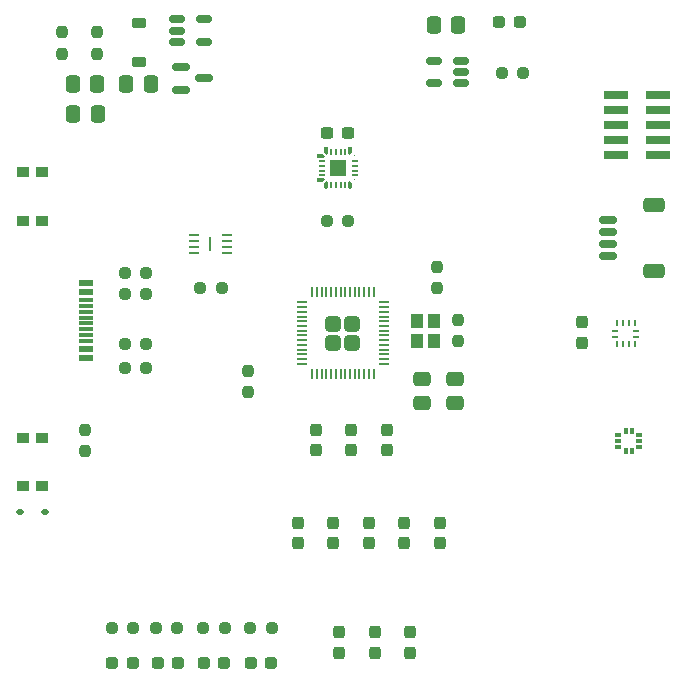
<source format=gbr>
%TF.GenerationSoftware,KiCad,Pcbnew,8.0.3*%
%TF.CreationDate,2024-09-03T15:58:32-04:00*%
%TF.ProjectId,AeroCore,4165726f-436f-4726-952e-6b696361645f,rev?*%
%TF.SameCoordinates,Original*%
%TF.FileFunction,Paste,Top*%
%TF.FilePolarity,Positive*%
%FSLAX46Y46*%
G04 Gerber Fmt 4.6, Leading zero omitted, Abs format (unit mm)*
G04 Created by KiCad (PCBNEW 8.0.3) date 2024-09-03 15:58:32*
%MOMM*%
%LPD*%
G01*
G04 APERTURE LIST*
G04 Aperture macros list*
%AMRoundRect*
0 Rectangle with rounded corners*
0 $1 Rounding radius*
0 $2 $3 $4 $5 $6 $7 $8 $9 X,Y pos of 4 corners*
0 Add a 4 corners polygon primitive as box body*
4,1,4,$2,$3,$4,$5,$6,$7,$8,$9,$2,$3,0*
0 Add four circle primitives for the rounded corners*
1,1,$1+$1,$2,$3*
1,1,$1+$1,$4,$5*
1,1,$1+$1,$6,$7*
1,1,$1+$1,$8,$9*
0 Add four rect primitives between the rounded corners*
20,1,$1+$1,$2,$3,$4,$5,0*
20,1,$1+$1,$4,$5,$6,$7,0*
20,1,$1+$1,$6,$7,$8,$9,0*
20,1,$1+$1,$8,$9,$2,$3,0*%
%AMFreePoly0*
4,1,14,0.135355,0.295355,0.150000,0.260000,0.150000,-0.250000,0.135355,-0.285355,0.100000,-0.300000,0.000000,-0.300000,-0.035355,-0.285355,-0.135355,-0.185355,-0.150000,-0.150000,-0.150000,0.260000,-0.135355,0.295355,-0.100000,0.310000,0.100000,0.310000,0.135355,0.295355,0.135355,0.295355,$1*%
%AMFreePoly1*
4,1,14,0.135355,0.295355,0.150000,0.260000,0.150000,-0.150000,0.135355,-0.185355,0.035355,-0.285355,0.000000,-0.300000,-0.100000,-0.300000,-0.135355,-0.285355,-0.150000,-0.250000,-0.150000,0.260000,-0.135355,0.295355,-0.100000,0.310000,0.100000,0.310000,0.135355,0.295355,0.135355,0.295355,$1*%
%AMFreePoly2*
4,1,14,0.295355,0.135355,0.310000,0.100000,0.310000,-0.100000,0.295355,-0.135355,0.260000,-0.150000,-0.250000,-0.150000,-0.285355,-0.135355,-0.300000,-0.100000,-0.300000,0.000000,-0.285355,0.035355,-0.185355,0.135355,-0.150000,0.150000,0.260000,0.150000,0.295355,0.135355,0.295355,0.135355,$1*%
%AMFreePoly3*
4,1,14,0.295355,0.135355,0.310000,0.100000,0.310000,-0.100000,0.295355,-0.135355,0.260000,-0.150000,-0.150000,-0.150000,-0.185355,-0.135355,-0.285355,-0.035355,-0.300000,0.000000,-0.300000,0.100000,-0.285355,0.135355,-0.250000,0.150000,0.260000,0.150000,0.295355,0.135355,0.295355,0.135355,$1*%
%AMFreePoly4*
4,1,14,0.285355,0.135355,0.300000,0.100000,0.300000,0.000000,0.285355,-0.035355,0.185355,-0.135355,0.150000,-0.150000,-0.250000,-0.150000,-0.285355,-0.135355,-0.300000,-0.100000,-0.300000,0.100000,-0.285355,0.135355,-0.250000,0.150000,0.250000,0.150000,0.285355,0.135355,0.285355,0.135355,$1*%
%AMFreePoly5*
4,1,14,0.185355,0.135355,0.285355,0.035355,0.300000,0.000000,0.300000,-0.100000,0.285355,-0.135355,0.250000,-0.150000,-0.250000,-0.150000,-0.285355,-0.135355,-0.300000,-0.100000,-0.300000,0.100000,-0.285355,0.135355,-0.250000,0.150000,0.150000,0.150000,0.185355,0.135355,0.185355,0.135355,$1*%
G04 Aperture macros list end*
%ADD10RoundRect,0.237500X-0.250000X-0.237500X0.250000X-0.237500X0.250000X0.237500X-0.250000X0.237500X0*%
%ADD11RoundRect,0.237500X-0.287500X-0.237500X0.287500X-0.237500X0.287500X0.237500X-0.287500X0.237500X0*%
%ADD12RoundRect,0.237500X0.237500X-0.300000X0.237500X0.300000X-0.237500X0.300000X-0.237500X-0.300000X0*%
%ADD13RoundRect,0.237500X-0.237500X0.300000X-0.237500X-0.300000X0.237500X-0.300000X0.237500X0.300000X0*%
%ADD14RoundRect,0.250000X0.650000X-0.350000X0.650000X0.350000X-0.650000X0.350000X-0.650000X-0.350000X0*%
%ADD15RoundRect,0.150000X0.625000X-0.150000X0.625000X0.150000X-0.625000X0.150000X-0.625000X-0.150000X0*%
%ADD16RoundRect,0.237500X-0.300000X-0.237500X0.300000X-0.237500X0.300000X0.237500X-0.300000X0.237500X0*%
%ADD17RoundRect,0.237500X0.287500X0.237500X-0.287500X0.237500X-0.287500X-0.237500X0.287500X-0.237500X0*%
%ADD18RoundRect,0.150000X0.512500X0.150000X-0.512500X0.150000X-0.512500X-0.150000X0.512500X-0.150000X0*%
%ADD19RoundRect,0.237500X0.250000X0.237500X-0.250000X0.237500X-0.250000X-0.237500X0.250000X-0.237500X0*%
%ADD20RoundRect,0.237500X-0.237500X0.250000X-0.237500X-0.250000X0.237500X-0.250000X0.237500X0.250000X0*%
%ADD21RoundRect,0.250000X-0.337500X-0.475000X0.337500X-0.475000X0.337500X0.475000X-0.337500X0.475000X0*%
%ADD22RoundRect,0.250000X0.475000X-0.337500X0.475000X0.337500X-0.475000X0.337500X-0.475000X-0.337500X0*%
%ADD23R,2.100000X0.750000*%
%ADD24R,1.000000X1.150000*%
%ADD25RoundRect,0.112500X-0.187500X-0.112500X0.187500X-0.112500X0.187500X0.112500X-0.187500X0.112500X0*%
%ADD26RoundRect,0.250000X0.337500X0.475000X-0.337500X0.475000X-0.337500X-0.475000X0.337500X-0.475000X0*%
%ADD27RoundRect,0.150000X-0.587500X-0.150000X0.587500X-0.150000X0.587500X0.150000X-0.587500X0.150000X0*%
%ADD28RoundRect,0.225000X-0.375000X0.225000X-0.375000X-0.225000X0.375000X-0.225000X0.375000X0.225000X0*%
%ADD29RoundRect,0.237500X0.237500X-0.250000X0.237500X0.250000X-0.237500X0.250000X-0.237500X-0.250000X0*%
%ADD30R,0.300000X0.500000*%
%ADD31R,0.500000X0.300000*%
%ADD32R,1.000000X0.900000*%
%ADD33R,1.160000X0.600000*%
%ADD34R,1.160000X0.300000*%
%ADD35R,0.500000X0.280000*%
%ADD36R,0.280000X0.500000*%
%ADD37R,1.400000X1.400000*%
%ADD38FreePoly0,90.000000*%
%ADD39R,0.610000X0.200000*%
%ADD40FreePoly1,90.000000*%
%ADD41FreePoly2,90.000000*%
%ADD42R,0.200000X0.610000*%
%ADD43FreePoly3,90.000000*%
%ADD44R,0.010000X0.010000*%
%ADD45FreePoly4,90.000000*%
%ADD46FreePoly5,90.000000*%
%ADD47RoundRect,0.249999X-0.395001X-0.395001X0.395001X-0.395001X0.395001X0.395001X-0.395001X0.395001X0*%
%ADD48RoundRect,0.050000X-0.387500X-0.050000X0.387500X-0.050000X0.387500X0.050000X-0.387500X0.050000X0*%
%ADD49RoundRect,0.050000X-0.050000X-0.387500X0.050000X-0.387500X0.050000X0.387500X-0.050000X0.387500X0*%
%ADD50RoundRect,0.040000X-0.040000X-0.605000X0.040000X-0.605000X0.040000X0.605000X-0.040000X0.605000X0*%
%ADD51RoundRect,0.062500X-0.387500X-0.062500X0.387500X-0.062500X0.387500X0.062500X-0.387500X0.062500X0*%
%ADD52RoundRect,0.150000X-0.512500X-0.150000X0.512500X-0.150000X0.512500X0.150000X-0.512500X0.150000X0*%
G04 APERTURE END LIST*
D10*
%TO.C,R17*%
X41962500Y-185000000D03*
X43787500Y-185000000D03*
%TD*%
%TO.C,R16*%
X37962500Y-185000000D03*
X39787500Y-185000000D03*
%TD*%
D11*
%TO.C,D8*%
X42000000Y-188000000D03*
X43750000Y-188000000D03*
%TD*%
%TO.C,D7*%
X38000000Y-188000000D03*
X39750000Y-188000000D03*
%TD*%
D12*
%TO.C,C13*%
X46000000Y-177862500D03*
X46000000Y-176137500D03*
%TD*%
D13*
%TO.C,C7*%
X47500000Y-169975000D03*
X47500000Y-168250000D03*
%TD*%
%TO.C,C10*%
X55500000Y-185400000D03*
X55500000Y-187125000D03*
%TD*%
D14*
%TO.C,J4*%
X76125000Y-149200000D03*
X76125000Y-154800000D03*
D15*
X72250000Y-150500000D03*
X72250000Y-151500000D03*
X72250000Y-152500000D03*
X72250000Y-153500000D03*
%TD*%
D12*
%TO.C,C14*%
X49000000Y-177862500D03*
X49000000Y-176137500D03*
%TD*%
%TO.C,C15*%
X52000000Y-177862500D03*
X52000000Y-176137500D03*
%TD*%
D16*
%TO.C,C22*%
X48487500Y-143100000D03*
X50212500Y-143100000D03*
%TD*%
D11*
%TO.C,D3*%
X34125000Y-188000000D03*
X35875000Y-188000000D03*
%TD*%
D12*
%TO.C,C17*%
X58000000Y-177862500D03*
X58000000Y-176137500D03*
%TD*%
%TO.C,C16*%
X55000000Y-177862500D03*
X55000000Y-176137500D03*
%TD*%
D17*
%TO.C,D5*%
X64750000Y-133750000D03*
X63000000Y-133750000D03*
%TD*%
D12*
%TO.C,C21*%
X70000000Y-159137500D03*
X70000000Y-160862500D03*
%TD*%
D18*
%TO.C,U3*%
X59775000Y-138900000D03*
X59775000Y-137950000D03*
X59775000Y-137000000D03*
X57500000Y-137000000D03*
X57500000Y-138900000D03*
%TD*%
D13*
%TO.C,C11*%
X52500000Y-185387500D03*
X52500000Y-187112500D03*
%TD*%
%TO.C,C9*%
X50500000Y-168250000D03*
X50500000Y-169975000D03*
%TD*%
D19*
%TO.C,R3*%
X33162500Y-163000000D03*
X31337500Y-163000000D03*
%TD*%
D20*
%TO.C,R12*%
X57750000Y-154425000D03*
X57750000Y-156250000D03*
%TD*%
%TO.C,R9*%
X28000000Y-168250000D03*
X28000000Y-170075000D03*
%TD*%
D21*
%TO.C,C1*%
X29006250Y-139000000D03*
X26931250Y-139000000D03*
%TD*%
D22*
%TO.C,C5*%
X56500000Y-166000000D03*
X56500000Y-163925000D03*
%TD*%
D23*
%TO.C,J2*%
X76500000Y-139940000D03*
X72900000Y-139940000D03*
X76500000Y-141210000D03*
X72900000Y-141210000D03*
X76500000Y-142480000D03*
X72900000Y-142480000D03*
X76500000Y-143750000D03*
X72900000Y-143750000D03*
X76500000Y-145020000D03*
X72900000Y-145020000D03*
%TD*%
D21*
%TO.C,C2*%
X29043750Y-141500000D03*
X26968750Y-141500000D03*
%TD*%
D24*
%TO.C,Y2*%
X57500000Y-160750000D03*
X57500000Y-159000000D03*
X56100000Y-159000000D03*
X56100000Y-160750000D03*
%TD*%
D13*
%TO.C,C8*%
X53500000Y-168250000D03*
X53500000Y-169975000D03*
%TD*%
D25*
%TO.C,D2*%
X24550000Y-175250000D03*
X22450000Y-175250000D03*
%TD*%
D10*
%TO.C,R15*%
X48437500Y-150600000D03*
X50262500Y-150600000D03*
%TD*%
%TO.C,R4*%
X31337500Y-155000000D03*
X33162500Y-155000000D03*
%TD*%
D26*
%TO.C,C4*%
X59575000Y-134000000D03*
X57500000Y-134000000D03*
%TD*%
D10*
%TO.C,R1*%
X31337500Y-156750000D03*
X33162500Y-156750000D03*
%TD*%
D20*
%TO.C,R6*%
X29006250Y-134587500D03*
X29006250Y-136412500D03*
%TD*%
D22*
%TO.C,C6*%
X59250000Y-166000000D03*
X59250000Y-163925000D03*
%TD*%
D20*
%TO.C,R5*%
X26006250Y-136412500D03*
X26006250Y-134587500D03*
%TD*%
D10*
%TO.C,R11*%
X63250000Y-138000000D03*
X65075000Y-138000000D03*
%TD*%
D13*
%TO.C,C12*%
X49500000Y-185387500D03*
X49500000Y-187112500D03*
%TD*%
D26*
%TO.C,C3*%
X31462500Y-139000000D03*
X33537500Y-139000000D03*
%TD*%
D10*
%TO.C,R2*%
X31337500Y-161000000D03*
X33162500Y-161000000D03*
%TD*%
D27*
%TO.C,Q1*%
X36125000Y-137550000D03*
X36125000Y-139450000D03*
X38000000Y-138500000D03*
%TD*%
D28*
%TO.C,D1*%
X32506250Y-137150000D03*
X32506250Y-133850000D03*
%TD*%
D11*
%TO.C,D4*%
X30250000Y-188000000D03*
X32000000Y-188000000D03*
%TD*%
D10*
%TO.C,R10*%
X35787500Y-185000000D03*
X33962500Y-185000000D03*
%TD*%
%TO.C,R14*%
X37737500Y-156250000D03*
X39562500Y-156250000D03*
%TD*%
%TO.C,R8*%
X32037500Y-185000000D03*
X30212500Y-185000000D03*
%TD*%
D20*
%TO.C,R13*%
X59500000Y-158925000D03*
X59500000Y-160750000D03*
%TD*%
D29*
%TO.C,R7*%
X41750000Y-163250000D03*
X41750000Y-165075000D03*
%TD*%
D30*
%TO.C,U5*%
X74250000Y-168330000D03*
X73750000Y-168330000D03*
D31*
X73130000Y-168700000D03*
X73130000Y-169200000D03*
X73130000Y-169700000D03*
D30*
X73750000Y-170070000D03*
X74250000Y-170070000D03*
D31*
X74870000Y-169700000D03*
X74870000Y-169200000D03*
X74870000Y-168700000D03*
%TD*%
D32*
%TO.C,RST1*%
X22700000Y-150550000D03*
X22700000Y-146450000D03*
X24300000Y-150550000D03*
X24300000Y-146450000D03*
%TD*%
D33*
%TO.C,J1*%
X28080000Y-155800000D03*
X28080000Y-156600000D03*
D34*
X28080000Y-157750000D03*
X28080000Y-158750000D03*
X28080000Y-159250000D03*
X28080000Y-160250000D03*
D33*
X28080000Y-161400000D03*
X28080000Y-162200000D03*
X28080000Y-162200000D03*
X28080000Y-161400000D03*
D34*
X28080000Y-160750000D03*
X28080000Y-159750000D03*
X28080000Y-158250000D03*
X28080000Y-157250000D03*
D33*
X28080000Y-156600000D03*
X28080000Y-155800000D03*
%TD*%
D35*
%TO.C,U6*%
X74630000Y-159870000D03*
X74630000Y-160370000D03*
D36*
X74500000Y-161000000D03*
X74000000Y-161000000D03*
X73500000Y-161000000D03*
X73000000Y-161000000D03*
D35*
X72870000Y-160370000D03*
X72870000Y-159870000D03*
D36*
X73000000Y-159240000D03*
X73500000Y-159240000D03*
X74000000Y-159240000D03*
X74500000Y-159240000D03*
%TD*%
D37*
%TO.C,U7*%
X49400000Y-146100000D03*
D38*
X47950000Y-147100000D03*
D39*
X48000000Y-146700000D03*
X48000000Y-146300000D03*
X48000000Y-145900000D03*
X48000000Y-145500000D03*
D40*
X47950000Y-145100000D03*
D41*
X48400000Y-144650000D03*
D42*
X48800000Y-144700000D03*
X49200000Y-144700000D03*
X49600000Y-144700000D03*
X50000000Y-144700000D03*
D43*
X50400000Y-144650000D03*
D44*
X50850000Y-145100000D03*
D39*
X50800000Y-145500000D03*
X50800000Y-145900000D03*
X50800000Y-146300000D03*
X50800000Y-146700000D03*
D44*
X50850000Y-147100000D03*
D45*
X50400000Y-147550000D03*
D42*
X50000000Y-147500000D03*
X49600000Y-147500000D03*
X49200000Y-147500000D03*
X48800000Y-147500000D03*
D46*
X48400000Y-147550000D03*
%TD*%
D47*
%TO.C,U1*%
X49000000Y-159262500D03*
X49000000Y-160862500D03*
X50600000Y-159262500D03*
X50600000Y-160862500D03*
D48*
X46362500Y-157462500D03*
X46362500Y-157862500D03*
X46362500Y-158262500D03*
X46362500Y-158662500D03*
X46362500Y-159062500D03*
X46362500Y-159462500D03*
X46362500Y-159862500D03*
X46362500Y-160262500D03*
X46362500Y-160662500D03*
X46362500Y-161062500D03*
X46362500Y-161462500D03*
X46362500Y-161862500D03*
X46362500Y-162262500D03*
X46362500Y-162662500D03*
D49*
X47200000Y-163500000D03*
X47600000Y-163500000D03*
X48000000Y-163500000D03*
X48400000Y-163500000D03*
X48800000Y-163500000D03*
X49200000Y-163500000D03*
X49600000Y-163500000D03*
X50000000Y-163500000D03*
X50400000Y-163500000D03*
X50800000Y-163500000D03*
X51200000Y-163500000D03*
X51600000Y-163500000D03*
X52000000Y-163500000D03*
X52400000Y-163500000D03*
D48*
X53237500Y-162662500D03*
X53237500Y-162262500D03*
X53237500Y-161862500D03*
X53237500Y-161462500D03*
X53237500Y-161062500D03*
X53237500Y-160662500D03*
X53237500Y-160262500D03*
X53237500Y-159862500D03*
X53237500Y-159462500D03*
X53237500Y-159062500D03*
X53237500Y-158662500D03*
X53237500Y-158262500D03*
X53237500Y-157862500D03*
X53237500Y-157462500D03*
D49*
X52400000Y-156625000D03*
X52000000Y-156625000D03*
X51600000Y-156625000D03*
X51200000Y-156625000D03*
X50800000Y-156625000D03*
X50400000Y-156625000D03*
X50000000Y-156625000D03*
X49600000Y-156625000D03*
X49200000Y-156625000D03*
X48800000Y-156625000D03*
X48400000Y-156625000D03*
X48000000Y-156625000D03*
X47600000Y-156625000D03*
X47200000Y-156625000D03*
%TD*%
D32*
%TO.C,BOOT1*%
X22700000Y-173050000D03*
X22700000Y-168950000D03*
X24300000Y-173050000D03*
X24300000Y-168950000D03*
%TD*%
D50*
%TO.C,U4*%
X38575000Y-152500000D03*
D51*
X37150000Y-151750000D03*
X37150000Y-152250000D03*
X37150000Y-152750000D03*
X37150000Y-153250000D03*
X40000000Y-153250000D03*
X40000000Y-152750000D03*
X40000000Y-152250000D03*
X40000000Y-151750000D03*
%TD*%
D52*
%TO.C,U2*%
X38000000Y-133500000D03*
X38000000Y-135400000D03*
X35725000Y-135400000D03*
X35725000Y-134450000D03*
X35725000Y-133500000D03*
%TD*%
M02*

</source>
